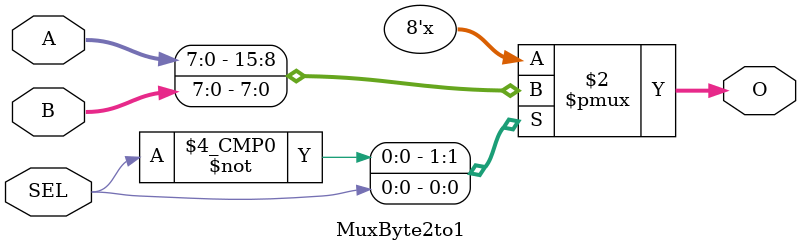
<source format=sv>
`timescale 1ns / 1ps


module MuxByte2to1(
O,A,B,SEL);
parameter k=8;
input [k-1:0]A,B;
input SEL;
output [k-1:0]O;
reg [k-1:0]O;

always @(*) begin
    case(SEL)
        1'b0: O=A;
        1'b1: O=B;        
    endcase

end
endmodule

</source>
